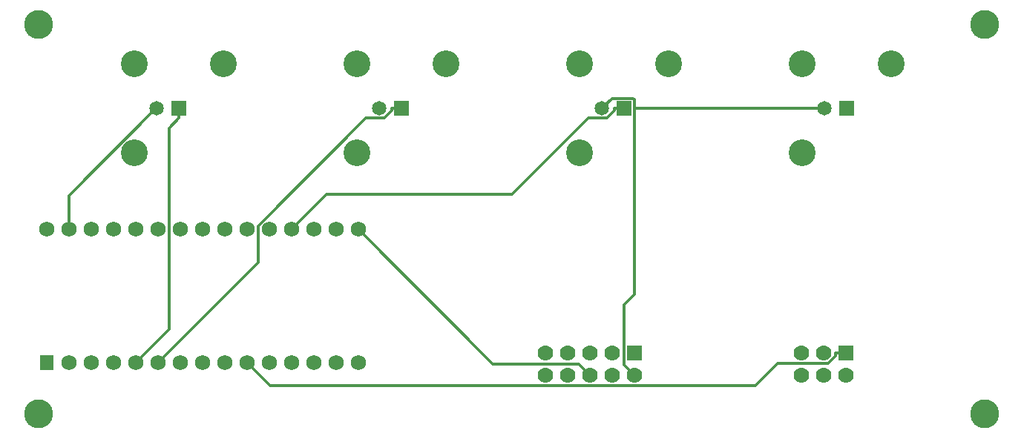
<source format=gbr>
G04 #@! TF.FileFunction,Copper,L2,Bot,Signal*
%FSLAX46Y46*%
G04 Gerber Fmt 4.6, Leading zero omitted, Abs format (unit mm)*
G04 Created by KiCad (PCBNEW 4.0.7-e2-6376~58~ubuntu16.04.1) date Wed Jan 10 15:28:01 2018*
%MOMM*%
%LPD*%
G01*
G04 APERTURE LIST*
%ADD10C,0.100000*%
%ADD11R,1.778000X1.778000*%
%ADD12C,1.778000*%
%ADD13C,3.048000*%
%ADD14R,1.651000X1.651000*%
%ADD15C,1.651000*%
%ADD16R,1.524000X1.752600*%
%ADD17C,1.752600*%
%ADD18C,3.302000*%
%ADD19C,0.304800*%
G04 APERTURE END LIST*
D10*
D11*
X121920000Y-91440000D03*
D12*
X121920000Y-93980000D03*
X119380000Y-91440000D03*
X119380000Y-93980000D03*
X116840000Y-91440000D03*
X116840000Y-93980000D03*
X114300000Y-91440000D03*
X114300000Y-93980000D03*
X111760000Y-91440000D03*
X111760000Y-93980000D03*
D11*
X146050000Y-91440000D03*
D12*
X146050000Y-93980000D03*
X143510000Y-91440000D03*
X143510000Y-93980000D03*
X140970000Y-91440000D03*
X140970000Y-93980000D03*
D13*
X64897000Y-58420000D03*
X75057000Y-58420000D03*
D14*
X69977000Y-63500000D03*
D15*
X67437000Y-63500000D03*
D13*
X64897000Y-68580000D03*
X90297000Y-58420000D03*
X100457000Y-58420000D03*
D14*
X95377000Y-63500000D03*
D15*
X92837000Y-63500000D03*
D13*
X90297000Y-68580000D03*
X115697000Y-58420000D03*
X125857000Y-58420000D03*
D14*
X120777000Y-63500000D03*
D15*
X118237000Y-63500000D03*
D13*
X115697000Y-68580000D03*
X141097000Y-58420000D03*
X151257000Y-58420000D03*
D14*
X146177000Y-63500000D03*
D15*
X143637000Y-63500000D03*
D13*
X141097000Y-68580000D03*
D16*
X54864000Y-92583000D03*
D17*
X57404000Y-92583000D03*
X59944000Y-92583000D03*
X62484000Y-92583000D03*
X65024000Y-92583000D03*
X67564000Y-92583000D03*
X70104000Y-92583000D03*
X72644000Y-92583000D03*
X75184000Y-92583000D03*
X77724000Y-92583000D03*
X80264000Y-92583000D03*
X82804000Y-92583000D03*
X85344000Y-92583000D03*
X87884000Y-92583000D03*
X90424000Y-92583000D03*
X90424000Y-77343000D03*
X87884000Y-77343000D03*
X85344000Y-77343000D03*
X82804000Y-77343000D03*
X80264000Y-77343000D03*
X77724000Y-77343000D03*
X75184000Y-77343000D03*
X72644000Y-77343000D03*
X70104000Y-77343000D03*
X67564000Y-77343000D03*
X65024000Y-77343000D03*
X62484000Y-77343000D03*
X59944000Y-77343000D03*
X57404000Y-77343000D03*
X54864000Y-77343000D03*
D18*
X53975000Y-53975000D03*
X161925000Y-53975000D03*
X53975000Y-98425000D03*
X161925000Y-98425000D03*
D19*
X67364100Y-63500000D02*
X67437000Y-63500000D01*
X57404000Y-73460100D02*
X67364100Y-63500000D01*
X57404000Y-77343000D02*
X57404000Y-73460100D01*
X121907700Y-63500000D02*
X143637000Y-63500000D01*
X121907700Y-62510600D02*
X121907700Y-63500000D01*
X121766400Y-62369300D02*
X121907700Y-62510600D01*
X119367700Y-62369300D02*
X121766400Y-62369300D01*
X118237000Y-63500000D02*
X119367700Y-62369300D01*
X120725800Y-92785800D02*
X121920000Y-93980000D01*
X120725800Y-85976600D02*
X120725800Y-92785800D01*
X121907700Y-84794700D02*
X120725800Y-85976600D01*
X121907700Y-63500000D02*
X121907700Y-84794700D01*
X115570000Y-92710000D02*
X116840000Y-93980000D01*
X105791000Y-92710000D02*
X115570000Y-92710000D01*
X90424000Y-77343000D02*
X105791000Y-92710000D01*
X144855900Y-91813300D02*
X144855900Y-91440000D01*
X144035100Y-92634100D02*
X144855900Y-91813300D01*
X138268900Y-92634100D02*
X144035100Y-92634100D01*
X135720100Y-95182900D02*
X138268900Y-92634100D01*
X80323900Y-95182900D02*
X135720100Y-95182900D01*
X77724000Y-92583000D02*
X80323900Y-95182900D01*
X146050000Y-91440000D02*
X144855900Y-91440000D01*
X68846400Y-65761200D02*
X69977000Y-64630600D01*
X68846400Y-88760600D02*
X68846400Y-65761200D01*
X65024000Y-92583000D02*
X68846400Y-88760600D01*
X69977000Y-63500000D02*
X69977000Y-64630600D01*
X94246400Y-63782800D02*
X94246400Y-63500000D01*
X93398600Y-64630600D02*
X94246400Y-63782800D01*
X91293100Y-64630600D02*
X93398600Y-64630600D01*
X78994000Y-76929700D02*
X91293100Y-64630600D01*
X78994000Y-81153000D02*
X78994000Y-76929700D01*
X67564000Y-92583000D02*
X78994000Y-81153000D01*
X95377000Y-63500000D02*
X94246400Y-63500000D01*
X119646400Y-63782800D02*
X119646400Y-63500000D01*
X118798600Y-64630600D02*
X119646400Y-63782800D01*
X116693100Y-64630600D02*
X118798600Y-64630600D01*
X107967700Y-73356000D02*
X116693100Y-64630600D01*
X86791000Y-73356000D02*
X107967700Y-73356000D01*
X82804000Y-77343000D02*
X86791000Y-73356000D01*
X120777000Y-63500000D02*
X119646400Y-63500000D01*
M02*

</source>
